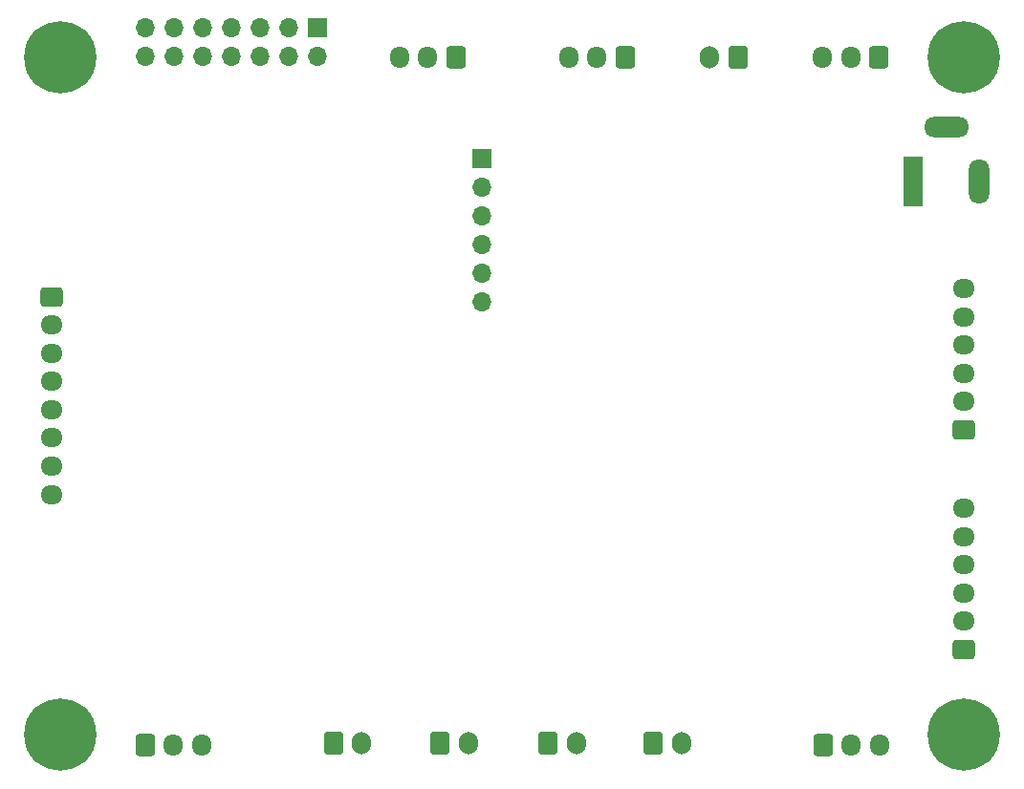
<source format=gbr>
%TF.GenerationSoftware,KiCad,Pcbnew,7.0.7*%
%TF.CreationDate,2023-10-25T17:12:01+02:00*%
%TF.ProjectId,kicad_chat-souris,6b696361-645f-4636-9861-742d736f7572,rev?*%
%TF.SameCoordinates,Original*%
%TF.FileFunction,Soldermask,Bot*%
%TF.FilePolarity,Negative*%
%FSLAX46Y46*%
G04 Gerber Fmt 4.6, Leading zero omitted, Abs format (unit mm)*
G04 Created by KiCad (PCBNEW 7.0.7) date 2023-10-25 17:12:01*
%MOMM*%
%LPD*%
G01*
G04 APERTURE LIST*
G04 Aperture macros list*
%AMRoundRect*
0 Rectangle with rounded corners*
0 $1 Rounding radius*
0 $2 $3 $4 $5 $6 $7 $8 $9 X,Y pos of 4 corners*
0 Add a 4 corners polygon primitive as box body*
4,1,4,$2,$3,$4,$5,$6,$7,$8,$9,$2,$3,0*
0 Add four circle primitives for the rounded corners*
1,1,$1+$1,$2,$3*
1,1,$1+$1,$4,$5*
1,1,$1+$1,$6,$7*
1,1,$1+$1,$8,$9*
0 Add four rect primitives between the rounded corners*
20,1,$1+$1,$2,$3,$4,$5,0*
20,1,$1+$1,$4,$5,$6,$7,0*
20,1,$1+$1,$6,$7,$8,$9,0*
20,1,$1+$1,$8,$9,$2,$3,0*%
G04 Aperture macros list end*
%ADD10RoundRect,0.250000X-0.600000X-0.725000X0.600000X-0.725000X0.600000X0.725000X-0.600000X0.725000X0*%
%ADD11O,1.700000X1.950000*%
%ADD12RoundRect,0.250000X0.600000X0.725000X-0.600000X0.725000X-0.600000X-0.725000X0.600000X-0.725000X0*%
%ADD13C,0.800000*%
%ADD14C,6.400000*%
%ADD15R,1.700000X1.700000*%
%ADD16O,1.700000X1.700000*%
%ADD17RoundRect,0.250000X-0.600000X-0.750000X0.600000X-0.750000X0.600000X0.750000X-0.600000X0.750000X0*%
%ADD18O,1.700000X2.000000*%
%ADD19RoundRect,0.250000X0.725000X-0.600000X0.725000X0.600000X-0.725000X0.600000X-0.725000X-0.600000X0*%
%ADD20O,1.950000X1.700000*%
%ADD21RoundRect,0.250000X0.600000X0.750000X-0.600000X0.750000X-0.600000X-0.750000X0.600000X-0.750000X0*%
%ADD22R,1.800000X4.400000*%
%ADD23O,1.800000X4.000000*%
%ADD24O,4.000000X1.800000*%
%ADD25RoundRect,0.250000X-0.725000X0.600000X-0.725000X-0.600000X0.725000X-0.600000X0.725000X0.600000X0*%
G04 APERTURE END LIST*
D10*
%TO.C,J601*%
X112500000Y-116000000D03*
D11*
X115000000Y-116000000D03*
X117500000Y-116000000D03*
%TD*%
D12*
%TO.C,J803*%
X155000000Y-55000000D03*
D11*
X152500000Y-55000000D03*
X150000000Y-55000000D03*
%TD*%
D13*
%TO.C,REF\u002A\u002A*%
X102600000Y-55000000D03*
X103302944Y-53302944D03*
X103302944Y-56697056D03*
X105000000Y-52600000D03*
D14*
X105000000Y-55000000D03*
D13*
X105000000Y-57400000D03*
X106697056Y-53302944D03*
X106697056Y-56697056D03*
X107400000Y-55000000D03*
%TD*%
D15*
%TO.C,J2*%
X127710000Y-52420000D03*
D16*
X127710000Y-54960000D03*
X125170000Y-52420000D03*
X125170000Y-54960000D03*
X122630000Y-52420000D03*
X122630000Y-54960000D03*
X120090000Y-52420000D03*
X120090000Y-54960000D03*
X117550000Y-52420000D03*
X117550000Y-54960000D03*
X115010000Y-52420000D03*
X115010000Y-54960000D03*
X112470000Y-52420000D03*
X112470000Y-54960000D03*
%TD*%
D17*
%TO.C,J505*%
X157500000Y-115800000D03*
D18*
X160000000Y-115800000D03*
%TD*%
D19*
%TO.C,J401*%
X185000000Y-88000000D03*
D20*
X185000000Y-85500000D03*
X185000000Y-83000000D03*
X185000000Y-80500000D03*
X185000000Y-78000000D03*
X185000000Y-75500000D03*
%TD*%
D21*
%TO.C,J802*%
X165000000Y-55000000D03*
D18*
X162500000Y-55000000D03*
%TD*%
D17*
%TO.C,J501*%
X129150000Y-115800000D03*
D18*
X131650000Y-115800000D03*
%TD*%
D13*
%TO.C,REF\u002A\u002A*%
X182600000Y-115000000D03*
X183302944Y-113302944D03*
X183302944Y-116697056D03*
X185000000Y-112600000D03*
D14*
X185000000Y-115000000D03*
D13*
X185000000Y-117400000D03*
X186697056Y-113302944D03*
X186697056Y-116697056D03*
X187400000Y-115000000D03*
%TD*%
D12*
%TO.C,J602*%
X140000000Y-55000000D03*
D11*
X137500000Y-55000000D03*
X135000000Y-55000000D03*
%TD*%
D13*
%TO.C,REF\u002A\u002A*%
X182600000Y-55000000D03*
X183302944Y-53302944D03*
X183302944Y-56697056D03*
X185000000Y-52600000D03*
D14*
X185000000Y-55000000D03*
D13*
X185000000Y-57400000D03*
X186697056Y-53302944D03*
X186697056Y-56697056D03*
X187400000Y-55000000D03*
%TD*%
D15*
%TO.C,U701*%
X142320000Y-64020000D03*
D16*
X142320000Y-66560000D03*
X142320000Y-69100000D03*
X142320000Y-71640000D03*
X142320000Y-74180000D03*
X142320000Y-76720000D03*
%TD*%
D22*
%TO.C,J801*%
X180500000Y-66000000D03*
D23*
X186300000Y-66000000D03*
D24*
X183500000Y-61200000D03*
%TD*%
D17*
%TO.C,J502*%
X148170000Y-115820000D03*
D18*
X150670000Y-115820000D03*
%TD*%
D13*
%TO.C,REF\u002A\u002A*%
X102600000Y-115000000D03*
X103302944Y-113302944D03*
X103302944Y-116697056D03*
X105000000Y-112600000D03*
D14*
X105000000Y-115000000D03*
D13*
X105000000Y-117400000D03*
X106697056Y-113302944D03*
X106697056Y-116697056D03*
X107400000Y-115000000D03*
%TD*%
D25*
%TO.C,J503*%
X104250000Y-76250000D03*
D20*
X104250000Y-78750000D03*
X104250000Y-81250000D03*
X104250000Y-83750000D03*
X104250000Y-86250000D03*
X104250000Y-88750000D03*
X104250000Y-91250000D03*
X104250000Y-93750000D03*
%TD*%
D10*
%TO.C,J603*%
X172500000Y-116000000D03*
D11*
X175000000Y-116000000D03*
X177500000Y-116000000D03*
%TD*%
D17*
%TO.C,J504*%
X138600000Y-115800000D03*
D18*
X141100000Y-115800000D03*
%TD*%
D19*
%TO.C,J402*%
X185000000Y-107500000D03*
D20*
X185000000Y-105000000D03*
X185000000Y-102500000D03*
X185000000Y-100000000D03*
X185000000Y-97500000D03*
X185000000Y-95000000D03*
%TD*%
D12*
%TO.C,J301*%
X177470000Y-54990000D03*
D11*
X174970000Y-54990000D03*
X172470000Y-54990000D03*
%TD*%
M02*

</source>
